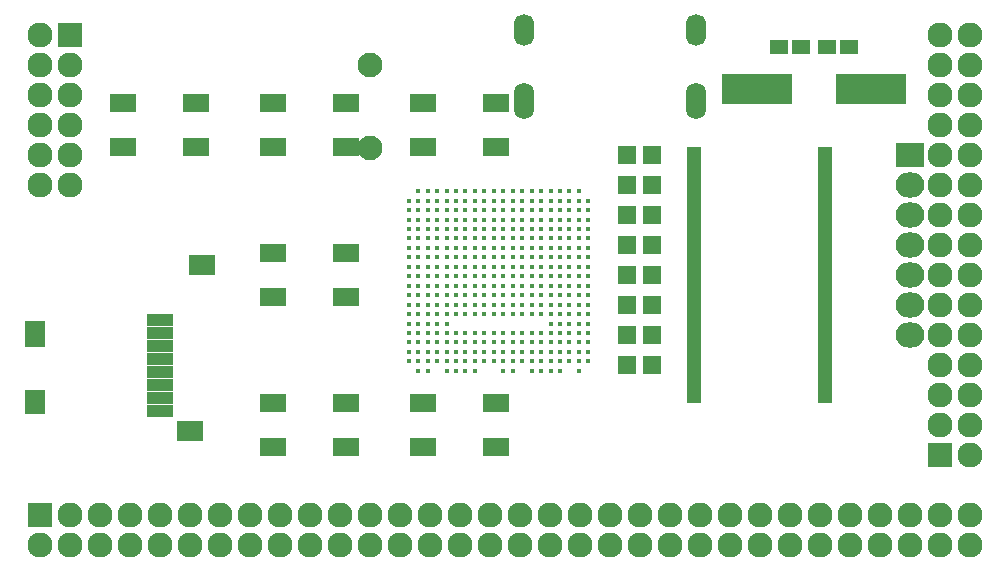
<source format=gbr>
G04 #@! TF.FileFunction,Soldermask,Top*
%FSLAX46Y46*%
G04 Gerber Fmt 4.6, Leading zero omitted, Abs format (unit mm)*
G04 Created by KiCad (PCBNEW 4.0.5+dfsg1-4) date Mon Mar 27 15:17:06 2017*
%MOMM*%
%LPD*%
G01*
G04 APERTURE LIST*
%ADD10C,0.100000*%
%ADD11R,2.200000X1.100000*%
%ADD12R,1.800000X2.000000*%
%ADD13R,1.800000X2.200000*%
%ADD14R,2.300000X1.800000*%
%ADD15R,2.127200X2.127200*%
%ADD16O,2.127200X2.127200*%
%ADD17R,2.200000X1.500000*%
%ADD18R,1.598880X1.598880*%
%ADD19R,2.432000X2.127200*%
%ADD20O,2.432000X2.127200*%
%ADD21C,2.100000*%
%ADD22R,1.300000X0.960000*%
%ADD23R,6.000700X2.500580*%
%ADD24R,1.600000X1.150000*%
%ADD25C,0.430000*%
%ADD26O,1.700000X3.100000*%
%ADD27O,1.700000X2.700000*%
G04 APERTURE END LIST*
D10*
D11*
X106800000Y-88090000D03*
X106800000Y-89190000D03*
X106800000Y-90290000D03*
X106800000Y-91390000D03*
X106800000Y-92490000D03*
X106800000Y-93590000D03*
X106800000Y-94690000D03*
X106800000Y-95790000D03*
D12*
X96200000Y-95080000D03*
D13*
X96200000Y-89280000D03*
D14*
X109350000Y-97480000D03*
X110350000Y-83430000D03*
D15*
X96640000Y-104600000D03*
D16*
X96640000Y-107140000D03*
X99180000Y-104600000D03*
X99180000Y-107140000D03*
X101720000Y-104600000D03*
X101720000Y-107140000D03*
X104260000Y-104600000D03*
X104260000Y-107140000D03*
X106800000Y-104600000D03*
X106800000Y-107140000D03*
X109340000Y-104600000D03*
X109340000Y-107140000D03*
X111880000Y-104600000D03*
X111880000Y-107140000D03*
X114420000Y-104600000D03*
X114420000Y-107140000D03*
X116960000Y-104600000D03*
X116960000Y-107140000D03*
X119500000Y-104600000D03*
X119500000Y-107140000D03*
X122040000Y-104600000D03*
X122040000Y-107140000D03*
X124580000Y-104600000D03*
X124580000Y-107140000D03*
X127120000Y-104600000D03*
X127120000Y-107140000D03*
X129660000Y-104600000D03*
X129660000Y-107140000D03*
X132200000Y-104600000D03*
X132200000Y-107140000D03*
X134740000Y-104600000D03*
X134740000Y-107140000D03*
X137280000Y-104600000D03*
X137280000Y-107140000D03*
X139820000Y-104600000D03*
X139820000Y-107140000D03*
X142360000Y-104600000D03*
X142360000Y-107140000D03*
X144900000Y-104600000D03*
X144900000Y-107140000D03*
X147440000Y-104600000D03*
X147440000Y-107140000D03*
X149980000Y-104600000D03*
X149980000Y-107140000D03*
X152520000Y-104600000D03*
X152520000Y-107140000D03*
X155060000Y-104600000D03*
X155060000Y-107140000D03*
X157600000Y-104600000D03*
X157600000Y-107140000D03*
X160140000Y-104600000D03*
X160140000Y-107140000D03*
X162680000Y-104600000D03*
X162680000Y-107140000D03*
X165220000Y-104600000D03*
X165220000Y-107140000D03*
X167760000Y-104600000D03*
X167760000Y-107140000D03*
X170300000Y-104600000D03*
X170300000Y-107140000D03*
X172840000Y-104600000D03*
X172840000Y-107140000D03*
X175380000Y-104600000D03*
X175380000Y-107140000D03*
D15*
X172840000Y-99520000D03*
D16*
X175380000Y-99520000D03*
X172840000Y-96980000D03*
X175380000Y-96980000D03*
X172840000Y-94440000D03*
X175380000Y-94440000D03*
X172840000Y-91900000D03*
X175380000Y-91900000D03*
X172840000Y-89360000D03*
X175380000Y-89360000D03*
X172840000Y-86820000D03*
X175380000Y-86820000D03*
X172840000Y-84280000D03*
X175380000Y-84280000D03*
X172840000Y-81740000D03*
X175380000Y-81740000D03*
X172840000Y-79200000D03*
X175380000Y-79200000D03*
X172840000Y-76660000D03*
X175380000Y-76660000D03*
X172840000Y-74120000D03*
X175380000Y-74120000D03*
X172840000Y-71580000D03*
X175380000Y-71580000D03*
X172840000Y-69040000D03*
X175380000Y-69040000D03*
X172840000Y-66500000D03*
X175380000Y-66500000D03*
X172840000Y-63960000D03*
X175380000Y-63960000D03*
D15*
X99180000Y-63960000D03*
D16*
X96640000Y-63960000D03*
X99180000Y-66500000D03*
X96640000Y-66500000D03*
X99180000Y-69040000D03*
X96640000Y-69040000D03*
X99180000Y-71580000D03*
X96640000Y-71580000D03*
X99180000Y-74120000D03*
X96640000Y-74120000D03*
X99180000Y-76660000D03*
X96640000Y-76660000D03*
D17*
X129100000Y-69730000D03*
X135300000Y-69730000D03*
X129100000Y-73430000D03*
X135300000Y-73430000D03*
X129100000Y-95130000D03*
X135300000Y-95130000D03*
X129100000Y-98830000D03*
X135300000Y-98830000D03*
X116400000Y-69730000D03*
X122600000Y-69730000D03*
X116400000Y-73430000D03*
X122600000Y-73430000D03*
X103700000Y-69730000D03*
X109900000Y-69730000D03*
X103700000Y-73430000D03*
X109900000Y-73430000D03*
X116400000Y-82430000D03*
X122600000Y-82430000D03*
X116400000Y-86130000D03*
X122600000Y-86130000D03*
X116400000Y-95130000D03*
X122600000Y-95130000D03*
X116400000Y-98830000D03*
X122600000Y-98830000D03*
D18*
X146390980Y-91900000D03*
X148489020Y-91900000D03*
X146390980Y-89360000D03*
X148489020Y-89360000D03*
X146390980Y-86820000D03*
X148489020Y-86820000D03*
X146390980Y-84280000D03*
X148489020Y-84280000D03*
X146390980Y-81740000D03*
X148489020Y-81740000D03*
X146390980Y-79200000D03*
X148489020Y-79200000D03*
X146390980Y-76660000D03*
X148489020Y-76660000D03*
X146390980Y-74120000D03*
X148489020Y-74120000D03*
D19*
X170300000Y-74120000D03*
D20*
X170300000Y-76660000D03*
X170300000Y-79200000D03*
X170300000Y-81740000D03*
X170300000Y-84280000D03*
X170300000Y-86820000D03*
X170300000Y-89360000D03*
D21*
X124580000Y-66540000D03*
X124580000Y-73540000D03*
D22*
X163130000Y-94680000D03*
X152070000Y-73880000D03*
X152070000Y-74680000D03*
X152070000Y-75480000D03*
X152070000Y-76280000D03*
X152070000Y-77080000D03*
X152070000Y-77880000D03*
X152070000Y-78680000D03*
X152070000Y-79480000D03*
X152070000Y-80280000D03*
X152070000Y-81080000D03*
X152070000Y-81880000D03*
X152070000Y-82680000D03*
X152070000Y-83480000D03*
X152070000Y-84280000D03*
X152070000Y-85080000D03*
X152070000Y-85880000D03*
X152070000Y-86680000D03*
X152070000Y-87480000D03*
X152070000Y-88280000D03*
X152070000Y-89080000D03*
X152070000Y-89880000D03*
X152070000Y-90680000D03*
X152070000Y-91480000D03*
X152070000Y-92280000D03*
X152070000Y-93080000D03*
X152070000Y-93880000D03*
X152070000Y-94680000D03*
X163130000Y-93880000D03*
X163130000Y-93080000D03*
X163130000Y-92280000D03*
X163130000Y-91480000D03*
X163130000Y-90680000D03*
X163130000Y-89880000D03*
X163130000Y-89080000D03*
X163130000Y-88280000D03*
X163130000Y-87480000D03*
X163130000Y-86680000D03*
X163130000Y-85880000D03*
X163130000Y-85080000D03*
X163130000Y-84280000D03*
X163130000Y-83480000D03*
X163130000Y-82680000D03*
X163130000Y-81880000D03*
X163130000Y-81080000D03*
X163130000Y-80280000D03*
X163130000Y-79480000D03*
X163130000Y-78680000D03*
X163130000Y-77880000D03*
X163130000Y-77080000D03*
X163130000Y-76280000D03*
X163130000Y-75480000D03*
X163130000Y-74680000D03*
X163130000Y-73880000D03*
D23*
X157323140Y-68532000D03*
X167020860Y-68532000D03*
D24*
X159190000Y-64976000D03*
X161090000Y-64976000D03*
X165154000Y-64976000D03*
X163254000Y-64976000D03*
D25*
X128680000Y-77200000D03*
X129480000Y-77200000D03*
X130280000Y-77200000D03*
X131080000Y-77200000D03*
X131880000Y-77200000D03*
X132680000Y-77200000D03*
X133480000Y-77200000D03*
X134280000Y-77200000D03*
X135080000Y-77200000D03*
X135880000Y-77200000D03*
X136680000Y-77200000D03*
X137480000Y-77200000D03*
X138280000Y-77200000D03*
X139080000Y-77200000D03*
X139880000Y-77200000D03*
X140680000Y-77200000D03*
X141480000Y-77200000D03*
X142280000Y-77200000D03*
X127880000Y-78000000D03*
X128680000Y-78000000D03*
X129480000Y-78000000D03*
X130280000Y-78000000D03*
X131080000Y-78000000D03*
X131880000Y-78000000D03*
X132680000Y-78000000D03*
X133480000Y-78000000D03*
X134280000Y-78000000D03*
X135080000Y-78000000D03*
X135880000Y-78000000D03*
X136680000Y-78000000D03*
X137480000Y-78000000D03*
X138280000Y-78000000D03*
X139080000Y-78000000D03*
X139880000Y-78000000D03*
X140680000Y-78000000D03*
X141480000Y-78000000D03*
X142280000Y-78000000D03*
X143080000Y-78000000D03*
X127880000Y-78800000D03*
X128680000Y-78800000D03*
X129480000Y-78800000D03*
X130280000Y-78800000D03*
X131080000Y-78800000D03*
X131880000Y-78800000D03*
X132680000Y-78800000D03*
X133480000Y-78800000D03*
X134280000Y-78800000D03*
X135080000Y-78800000D03*
X135880000Y-78800000D03*
X136680000Y-78800000D03*
X137480000Y-78800000D03*
X138280000Y-78800000D03*
X139080000Y-78800000D03*
X139880000Y-78800000D03*
X140680000Y-78800000D03*
X141480000Y-78800000D03*
X142280000Y-78800000D03*
X143080000Y-78800000D03*
X127880000Y-79600000D03*
X128680000Y-79600000D03*
X129480000Y-79600000D03*
X130280000Y-79600000D03*
X131080000Y-79600000D03*
X131880000Y-79600000D03*
X132680000Y-79600000D03*
X133480000Y-79600000D03*
X134280000Y-79600000D03*
X135080000Y-79600000D03*
X135880000Y-79600000D03*
X136680000Y-79600000D03*
X137480000Y-79600000D03*
X138280000Y-79600000D03*
X139080000Y-79600000D03*
X139880000Y-79600000D03*
X140680000Y-79600000D03*
X141480000Y-79600000D03*
X142280000Y-79600000D03*
X143080000Y-79600000D03*
X127880000Y-80400000D03*
X128680000Y-80400000D03*
X129480000Y-80400000D03*
X130280000Y-80400000D03*
X131080000Y-80400000D03*
X131880000Y-80400000D03*
X132680000Y-80400000D03*
X133480000Y-80400000D03*
X134280000Y-80400000D03*
X135080000Y-80400000D03*
X135880000Y-80400000D03*
X136680000Y-80400000D03*
X137480000Y-80400000D03*
X138280000Y-80400000D03*
X139080000Y-80400000D03*
X139880000Y-80400000D03*
X140680000Y-80400000D03*
X141480000Y-80400000D03*
X142280000Y-80400000D03*
X143080000Y-80400000D03*
X127880000Y-81200000D03*
X128680000Y-81200000D03*
X129480000Y-81200000D03*
X130280000Y-81200000D03*
X131080000Y-81200000D03*
X131880000Y-81200000D03*
X132680000Y-81200000D03*
X133480000Y-81200000D03*
X134280000Y-81200000D03*
X135080000Y-81200000D03*
X135880000Y-81200000D03*
X136680000Y-81200000D03*
X137480000Y-81200000D03*
X138280000Y-81200000D03*
X139080000Y-81200000D03*
X139880000Y-81200000D03*
X140680000Y-81200000D03*
X141480000Y-81200000D03*
X142280000Y-81200000D03*
X143080000Y-81200000D03*
X127880000Y-82000000D03*
X128680000Y-82000000D03*
X129480000Y-82000000D03*
X130280000Y-82000000D03*
X131080000Y-82000000D03*
X131880000Y-82000000D03*
X132680000Y-82000000D03*
X133480000Y-82000000D03*
X134280000Y-82000000D03*
X135080000Y-82000000D03*
X135880000Y-82000000D03*
X136680000Y-82000000D03*
X137480000Y-82000000D03*
X138280000Y-82000000D03*
X139080000Y-82000000D03*
X139880000Y-82000000D03*
X140680000Y-82000000D03*
X141480000Y-82000000D03*
X142280000Y-82000000D03*
X143080000Y-82000000D03*
X127880000Y-82800000D03*
X128680000Y-82800000D03*
X129480000Y-82800000D03*
X130280000Y-82800000D03*
X131080000Y-82800000D03*
X131880000Y-82800000D03*
X132680000Y-82800000D03*
X133480000Y-82800000D03*
X134280000Y-82800000D03*
X135080000Y-82800000D03*
X135880000Y-82800000D03*
X136680000Y-82800000D03*
X137480000Y-82800000D03*
X138280000Y-82800000D03*
X139080000Y-82800000D03*
X139880000Y-82800000D03*
X140680000Y-82800000D03*
X141480000Y-82800000D03*
X142280000Y-82800000D03*
X143080000Y-82800000D03*
X127880000Y-83600000D03*
X128680000Y-83600000D03*
X129480000Y-83600000D03*
X130280000Y-83600000D03*
X131080000Y-83600000D03*
X131880000Y-83600000D03*
X132680000Y-83600000D03*
X133480000Y-83600000D03*
X134280000Y-83600000D03*
X135080000Y-83600000D03*
X135880000Y-83600000D03*
X136680000Y-83600000D03*
X137480000Y-83600000D03*
X138280000Y-83600000D03*
X139080000Y-83600000D03*
X139880000Y-83600000D03*
X140680000Y-83600000D03*
X141480000Y-83600000D03*
X142280000Y-83600000D03*
X143080000Y-83600000D03*
X127880000Y-84400000D03*
X128680000Y-84400000D03*
X129480000Y-84400000D03*
X130280000Y-84400000D03*
X131080000Y-84400000D03*
X131880000Y-84400000D03*
X132680000Y-84400000D03*
X133480000Y-84400000D03*
X134280000Y-84400000D03*
X135080000Y-84400000D03*
X135880000Y-84400000D03*
X136680000Y-84400000D03*
X137480000Y-84400000D03*
X138280000Y-84400000D03*
X139080000Y-84400000D03*
X139880000Y-84400000D03*
X140680000Y-84400000D03*
X141480000Y-84400000D03*
X142280000Y-84400000D03*
X143080000Y-84400000D03*
X127880000Y-85200000D03*
X128680000Y-85200000D03*
X129480000Y-85200000D03*
X130280000Y-85200000D03*
X131080000Y-85200000D03*
X131880000Y-85200000D03*
X132680000Y-85200000D03*
X133480000Y-85200000D03*
X134280000Y-85200000D03*
X135080000Y-85200000D03*
X135880000Y-85200000D03*
X136680000Y-85200000D03*
X137480000Y-85200000D03*
X138280000Y-85200000D03*
X139080000Y-85200000D03*
X139880000Y-85200000D03*
X140680000Y-85200000D03*
X141480000Y-85200000D03*
X142280000Y-85200000D03*
X143080000Y-85200000D03*
X127880000Y-86000000D03*
X128680000Y-86000000D03*
X129480000Y-86000000D03*
X130280000Y-86000000D03*
X131080000Y-86000000D03*
X131880000Y-86000000D03*
X132680000Y-86000000D03*
X133480000Y-86000000D03*
X134280000Y-86000000D03*
X135080000Y-86000000D03*
X135880000Y-86000000D03*
X136680000Y-86000000D03*
X137480000Y-86000000D03*
X138280000Y-86000000D03*
X139080000Y-86000000D03*
X139880000Y-86000000D03*
X140680000Y-86000000D03*
X141480000Y-86000000D03*
X142280000Y-86000000D03*
X143080000Y-86000000D03*
X127880000Y-86800000D03*
X128680000Y-86800000D03*
X129480000Y-86800000D03*
X130280000Y-86800000D03*
X131080000Y-86800000D03*
X131880000Y-86800000D03*
X132680000Y-86800000D03*
X133480000Y-86800000D03*
X134280000Y-86800000D03*
X135080000Y-86800000D03*
X135880000Y-86800000D03*
X136680000Y-86800000D03*
X137480000Y-86800000D03*
X138280000Y-86800000D03*
X139080000Y-86800000D03*
X139880000Y-86800000D03*
X140680000Y-86800000D03*
X141480000Y-86800000D03*
X142280000Y-86800000D03*
X143080000Y-86800000D03*
X127880000Y-87600000D03*
X128680000Y-87600000D03*
X129480000Y-87600000D03*
X130280000Y-87600000D03*
X131080000Y-87600000D03*
X131880000Y-87600000D03*
X132680000Y-87600000D03*
X133480000Y-87600000D03*
X134280000Y-87600000D03*
X135080000Y-87600000D03*
X135880000Y-87600000D03*
X136680000Y-87600000D03*
X137480000Y-87600000D03*
X138280000Y-87600000D03*
X139080000Y-87600000D03*
X139880000Y-87600000D03*
X140680000Y-87600000D03*
X141480000Y-87600000D03*
X142280000Y-87600000D03*
X143080000Y-87600000D03*
X127880000Y-88400000D03*
X128680000Y-88400000D03*
X129480000Y-88400000D03*
X130280000Y-88400000D03*
X131080000Y-88400000D03*
X139880000Y-88400000D03*
X140680000Y-88400000D03*
X141480000Y-88400000D03*
X142280000Y-88400000D03*
X143080000Y-88400000D03*
X127880000Y-89200000D03*
X128680000Y-89200000D03*
X129480000Y-89200000D03*
X130280000Y-89200000D03*
X131080000Y-89200000D03*
X131880000Y-89200000D03*
X132680000Y-89200000D03*
X133480000Y-89200000D03*
X134280000Y-89200000D03*
X135080000Y-89200000D03*
X135880000Y-89200000D03*
X136680000Y-89200000D03*
X137480000Y-89200000D03*
X138280000Y-89200000D03*
X139080000Y-89200000D03*
X139880000Y-89200000D03*
X140680000Y-89200000D03*
X141480000Y-89200000D03*
X142280000Y-89200000D03*
X143080000Y-89200000D03*
X127880000Y-90000000D03*
X128680000Y-90000000D03*
X129480000Y-90000000D03*
X130280000Y-90000000D03*
X131080000Y-90000000D03*
X131880000Y-90000000D03*
X132680000Y-90000000D03*
X133480000Y-90000000D03*
X134280000Y-90000000D03*
X135080000Y-90000000D03*
X135880000Y-90000000D03*
X136680000Y-90000000D03*
X137480000Y-90000000D03*
X138280000Y-90000000D03*
X139080000Y-90000000D03*
X139880000Y-90000000D03*
X140680000Y-90000000D03*
X141480000Y-90000000D03*
X142280000Y-90000000D03*
X143080000Y-90000000D03*
X127880000Y-90800000D03*
X128680000Y-90800000D03*
X129480000Y-90800000D03*
X130280000Y-90800000D03*
X131080000Y-90800000D03*
X131880000Y-90800000D03*
X132680000Y-90800000D03*
X133480000Y-90800000D03*
X134280000Y-90800000D03*
X135080000Y-90800000D03*
X135880000Y-90800000D03*
X136680000Y-90800000D03*
X137480000Y-90800000D03*
X138280000Y-90800000D03*
X139080000Y-90800000D03*
X139880000Y-90800000D03*
X140680000Y-90800000D03*
X141480000Y-90800000D03*
X142280000Y-90800000D03*
X143080000Y-90800000D03*
X127880000Y-91600000D03*
X128680000Y-91600000D03*
X129480000Y-91600000D03*
X130280000Y-91600000D03*
X131080000Y-91600000D03*
X131880000Y-91600000D03*
X132680000Y-91600000D03*
X133480000Y-91600000D03*
X134280000Y-91600000D03*
X135080000Y-91600000D03*
X135880000Y-91600000D03*
X136680000Y-91600000D03*
X137480000Y-91600000D03*
X138280000Y-91600000D03*
X139080000Y-91600000D03*
X139880000Y-91600000D03*
X140680000Y-91600000D03*
X141480000Y-91600000D03*
X142280000Y-91600000D03*
X143080000Y-91600000D03*
X128680000Y-92400000D03*
X129480000Y-92400000D03*
X131080000Y-92400000D03*
X131880000Y-92400000D03*
X132680000Y-92400000D03*
X133480000Y-92400000D03*
X135880000Y-92400000D03*
X136680000Y-92400000D03*
X138280000Y-92400000D03*
X139080000Y-92400000D03*
X139880000Y-92400000D03*
X140680000Y-92400000D03*
X142280000Y-92400000D03*
D26*
X137600000Y-69576000D03*
X152200000Y-69576000D03*
D27*
X152200000Y-63526000D03*
X137600000Y-63526000D03*
M02*

</source>
